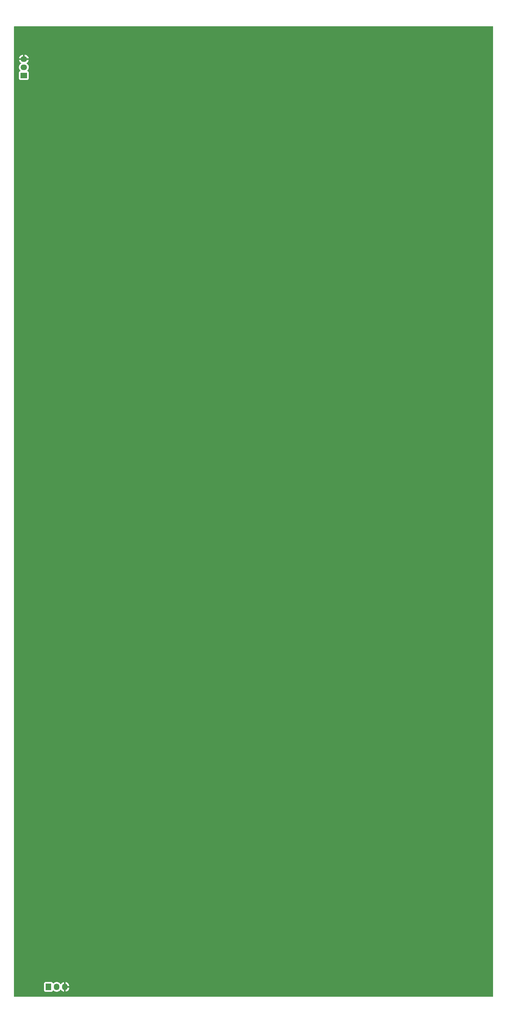
<source format=gbr>
%TF.GenerationSoftware,KiCad,Pcbnew,(6.0.2)*%
%TF.CreationDate,2022-10-19T17:10:30-07:00*%
%TF.ProjectId,tetris,74657472-6973-42e6-9b69-6361645f7063,rev?*%
%TF.SameCoordinates,Original*%
%TF.FileFunction,Copper,L2,Bot*%
%TF.FilePolarity,Positive*%
%FSLAX46Y46*%
G04 Gerber Fmt 4.6, Leading zero omitted, Abs format (unit mm)*
G04 Created by KiCad (PCBNEW (6.0.2)) date 2022-10-19 17:10:30*
%MOMM*%
%LPD*%
G01*
G04 APERTURE LIST*
%TA.AperFunction,ComponentPad*%
%ADD10R,1.730000X2.030000*%
%TD*%
%TA.AperFunction,ComponentPad*%
%ADD11O,1.730000X2.030000*%
%TD*%
%TA.AperFunction,ComponentPad*%
%ADD12R,2.030000X1.730000*%
%TD*%
%TA.AperFunction,ComponentPad*%
%ADD13O,2.030000X1.730000*%
%TD*%
%TA.AperFunction,ViaPad*%
%ADD14C,1.200000*%
%TD*%
G04 APERTURE END LIST*
D10*
%TO.P,J1,1,Pin_1*%
%TO.N,+5V*%
X12182000Y-299720000D03*
D11*
%TO.P,J1,2,Pin_2*%
%TO.N,Net-(D1-Pad4)*%
X14722000Y-299720000D03*
%TO.P,J1,3,Pin_3*%
%TO.N,GND*%
X17262000Y-299720000D03*
%TD*%
D12*
%TO.P,J2,1,Pin_1*%
%TO.N,+5V*%
X4572000Y-17780000D03*
D13*
%TO.P,J2,2,Pin_2*%
%TO.N,Net-(D50-Pad2)*%
X4572000Y-15240000D03*
%TO.P,J2,3,Pin_3*%
%TO.N,GND*%
X4572000Y-12700000D03*
%TD*%
D14*
%TO.N,GND*%
X101092000Y-173228000D03*
X100003381Y-293615475D03*
X9652000Y-112268000D03*
X70612000Y-173228000D03*
X39370000Y-50546000D03*
X101092000Y-112268000D03*
X40386000Y-172974000D03*
X39624000Y-112268000D03*
X81280000Y-130556000D03*
X9398000Y-173482000D03*
X52324000Y-9652000D03*
X82804000Y-254508000D03*
X132080000Y-113284000D03*
X81788000Y-192024000D03*
X51308000Y-131064000D03*
X143002000Y-192786000D03*
X70866000Y-51054000D03*
X40894000Y-233426000D03*
X9144000Y-294640000D03*
X39878000Y-293370000D03*
X10160000Y-51816000D03*
X71120000Y-233172000D03*
X100584000Y-51308000D03*
X112014000Y-130810000D03*
X21336000Y-193040000D03*
X51562000Y-71374000D03*
X142748000Y-254000000D03*
X11176000Y-234188000D03*
X20320000Y-131064000D03*
X112522000Y-9906000D03*
X132080000Y-233172000D03*
X81788000Y-9144000D03*
X132080000Y-51308000D03*
X21590000Y-71374000D03*
X112776000Y-192024000D03*
X82296000Y-70612000D03*
X21336000Y-9652000D03*
X113538000Y-70866000D03*
X51562000Y-192786000D03*
X70612000Y-112268000D03*
X130810000Y-172974000D03*
X51308000Y-254508000D03*
X69596000Y-293624000D03*
X143510000Y-9906000D03*
X21336000Y-254508000D03*
X131064000Y-293624000D03*
X112776000Y-254508000D03*
X102616000Y-233172000D03*
X143510000Y-70866000D03*
X140208000Y-130556000D03*
%TD*%
%TA.AperFunction,Conductor*%
%TO.N,GND*%
G36*
X149802121Y-2560002D02*
G01*
X149848614Y-2613658D01*
X149860000Y-2666000D01*
X149860000Y-302642000D01*
X149839998Y-302710121D01*
X149786342Y-302756614D01*
X149734000Y-302768000D01*
X1650000Y-302768000D01*
X1581879Y-302747998D01*
X1535386Y-302694342D01*
X1524000Y-302642000D01*
X1524000Y-298657623D01*
X10816500Y-298657623D01*
X10816501Y-300782376D01*
X10816870Y-300785770D01*
X10816870Y-300785776D01*
X10821557Y-300828921D01*
X10823149Y-300843580D01*
X10873474Y-300977824D01*
X10878854Y-300985003D01*
X10878856Y-300985006D01*
X10879713Y-300986149D01*
X10959454Y-301092546D01*
X10966635Y-301097928D01*
X11066994Y-301173144D01*
X11066997Y-301173146D01*
X11074176Y-301178526D01*
X11163561Y-301212034D01*
X11201025Y-301226079D01*
X11201027Y-301226079D01*
X11208420Y-301228851D01*
X11216270Y-301229704D01*
X11216271Y-301229704D01*
X11266217Y-301235130D01*
X11269623Y-301235500D01*
X12181866Y-301235500D01*
X13094376Y-301235499D01*
X13097770Y-301235130D01*
X13097776Y-301235130D01*
X13147722Y-301229705D01*
X13147726Y-301229704D01*
X13155580Y-301228851D01*
X13289824Y-301178526D01*
X13297003Y-301173146D01*
X13297006Y-301173144D01*
X13397365Y-301097928D01*
X13404546Y-301092546D01*
X13484287Y-300986149D01*
X13485144Y-300985006D01*
X13485146Y-300985003D01*
X13490526Y-300977824D01*
X13533166Y-300864081D01*
X13575807Y-300807316D01*
X13642369Y-300782616D01*
X13711718Y-300797823D01*
X13742318Y-300821338D01*
X13813921Y-300896397D01*
X13999840Y-301034724D01*
X14004592Y-301037140D01*
X14140464Y-301106221D01*
X14206408Y-301139749D01*
X14313957Y-301173144D01*
X14422616Y-301206884D01*
X14422622Y-301206885D01*
X14427719Y-301208468D01*
X14551347Y-301224854D01*
X14652160Y-301238216D01*
X14652164Y-301238216D01*
X14657444Y-301238916D01*
X14662773Y-301238716D01*
X14662775Y-301238716D01*
X14773229Y-301234569D01*
X14889014Y-301230222D01*
X15115809Y-301182635D01*
X15331345Y-301097517D01*
X15529456Y-300977299D01*
X15622688Y-300896397D01*
X15700448Y-300828921D01*
X15700450Y-300828919D01*
X15704481Y-300825421D01*
X15707864Y-300821295D01*
X15707868Y-300821291D01*
X15806637Y-300700832D01*
X15851413Y-300646224D01*
X15878233Y-300599108D01*
X15929315Y-300549802D01*
X15998946Y-300535940D01*
X16065017Y-300561923D01*
X16092255Y-300591073D01*
X16185120Y-300729010D01*
X16191781Y-300737296D01*
X16345254Y-300898177D01*
X16353211Y-300905217D01*
X16531590Y-301037934D01*
X16540634Y-301043542D01*
X16738818Y-301144303D01*
X16748679Y-301148307D01*
X16960999Y-301214235D01*
X16971394Y-301216520D01*
X16990041Y-301218992D01*
X17004208Y-301216795D01*
X17008000Y-301203611D01*
X17008000Y-301201519D01*
X17516000Y-301201519D01*
X17519973Y-301215050D01*
X17530580Y-301216575D01*
X17652745Y-301190942D01*
X17662942Y-301187882D01*
X17869722Y-301106221D01*
X17879254Y-301101490D01*
X18069330Y-300986149D01*
X18077925Y-300979880D01*
X18245839Y-300834172D01*
X18253265Y-300826536D01*
X18394232Y-300654614D01*
X18400254Y-300645852D01*
X18510244Y-300452630D01*
X18514707Y-300442970D01*
X18590566Y-300233981D01*
X18593337Y-300223714D01*
X18633110Y-300003762D01*
X18634044Y-299995532D01*
X18634316Y-299989784D01*
X18630525Y-299976876D01*
X18629135Y-299975671D01*
X18621452Y-299974000D01*
X17534115Y-299974000D01*
X17518876Y-299978475D01*
X17517671Y-299979865D01*
X17516000Y-299987548D01*
X17516000Y-301201519D01*
X17008000Y-301201519D01*
X17008000Y-299447885D01*
X17516000Y-299447885D01*
X17520475Y-299463124D01*
X17521865Y-299464329D01*
X17529548Y-299466000D01*
X18613025Y-299466000D01*
X18627703Y-299461690D01*
X18629766Y-299449807D01*
X18620715Y-299343139D01*
X18618925Y-299332667D01*
X18563069Y-299117463D01*
X18559534Y-299107425D01*
X18468222Y-298904720D01*
X18463042Y-298895414D01*
X18338880Y-298710990D01*
X18332219Y-298702704D01*
X18178746Y-298541823D01*
X18170789Y-298534783D01*
X17992410Y-298402066D01*
X17983366Y-298396458D01*
X17785182Y-298295697D01*
X17775321Y-298291693D01*
X17563001Y-298225765D01*
X17552606Y-298223480D01*
X17533959Y-298221008D01*
X17519792Y-298223205D01*
X17516000Y-298236389D01*
X17516000Y-299447885D01*
X17008000Y-299447885D01*
X17008000Y-298238481D01*
X17004027Y-298224950D01*
X16993420Y-298223425D01*
X16871255Y-298249058D01*
X16861058Y-298252118D01*
X16654278Y-298333779D01*
X16644746Y-298338510D01*
X16454670Y-298453851D01*
X16446075Y-298460120D01*
X16278161Y-298605828D01*
X16270735Y-298613464D01*
X16129768Y-298785386D01*
X16123743Y-298794152D01*
X16096947Y-298841224D01*
X16045864Y-298890529D01*
X15976234Y-298904390D01*
X15910163Y-298878406D01*
X15882926Y-298849257D01*
X15845574Y-298793776D01*
X15790034Y-298711279D01*
X15742109Y-298661040D01*
X15633763Y-298547465D01*
X15630079Y-298543603D01*
X15444160Y-298405276D01*
X15320656Y-298342483D01*
X15242350Y-298302670D01*
X15242349Y-298302670D01*
X15237592Y-298300251D01*
X15112710Y-298261474D01*
X15021384Y-298233116D01*
X15021378Y-298233115D01*
X15016281Y-298231532D01*
X14883409Y-298213921D01*
X14791840Y-298201784D01*
X14791836Y-298201784D01*
X14786556Y-298201084D01*
X14781227Y-298201284D01*
X14781225Y-298201284D01*
X14670771Y-298205431D01*
X14554986Y-298209778D01*
X14328191Y-298257365D01*
X14112655Y-298342483D01*
X13914544Y-298462701D01*
X13910514Y-298466198D01*
X13760446Y-298596420D01*
X13739519Y-298614579D01*
X13738706Y-298615571D01*
X13677933Y-298649862D01*
X13607053Y-298645785D01*
X13549631Y-298604034D01*
X13531455Y-298571356D01*
X13493676Y-298470579D01*
X13490526Y-298462176D01*
X13485146Y-298454997D01*
X13485144Y-298454994D01*
X13409928Y-298354635D01*
X13404546Y-298347454D01*
X13386300Y-298333779D01*
X13297006Y-298266856D01*
X13297003Y-298266854D01*
X13289824Y-298261474D01*
X13192395Y-298224950D01*
X13162975Y-298213921D01*
X13162973Y-298213921D01*
X13155580Y-298211149D01*
X13147730Y-298210296D01*
X13147729Y-298210296D01*
X13097774Y-298204869D01*
X13097773Y-298204869D01*
X13094377Y-298204500D01*
X12182134Y-298204500D01*
X11269624Y-298204501D01*
X11266230Y-298204870D01*
X11266224Y-298204870D01*
X11216278Y-298210295D01*
X11216274Y-298210296D01*
X11208420Y-298211149D01*
X11074176Y-298261474D01*
X11066997Y-298266854D01*
X11066994Y-298266856D01*
X10977700Y-298333779D01*
X10959454Y-298347454D01*
X10954072Y-298354635D01*
X10878856Y-298454994D01*
X10878854Y-298454997D01*
X10873474Y-298462176D01*
X10823149Y-298596420D01*
X10816500Y-298657623D01*
X1524000Y-298657623D01*
X1524000Y-15175444D01*
X3053084Y-15175444D01*
X3061778Y-15407014D01*
X3109365Y-15633809D01*
X3194483Y-15849345D01*
X3314701Y-16047456D01*
X3466579Y-16222481D01*
X3467571Y-16223294D01*
X3501862Y-16284067D01*
X3497785Y-16354947D01*
X3456034Y-16412369D01*
X3423356Y-16430545D01*
X3314176Y-16471474D01*
X3306997Y-16476854D01*
X3306994Y-16476856D01*
X3206635Y-16552072D01*
X3199454Y-16557454D01*
X3194072Y-16564635D01*
X3118856Y-16664994D01*
X3118854Y-16664997D01*
X3113474Y-16672176D01*
X3063149Y-16806420D01*
X3056500Y-16867623D01*
X3056501Y-18692376D01*
X3063149Y-18753580D01*
X3113474Y-18887824D01*
X3118854Y-18895003D01*
X3118856Y-18895006D01*
X3194072Y-18995365D01*
X3199454Y-19002546D01*
X3206635Y-19007928D01*
X3306994Y-19083144D01*
X3306997Y-19083146D01*
X3314176Y-19088526D01*
X3403561Y-19122034D01*
X3441025Y-19136079D01*
X3441027Y-19136079D01*
X3448420Y-19138851D01*
X3456270Y-19139704D01*
X3456271Y-19139704D01*
X3506217Y-19145130D01*
X3509623Y-19145500D01*
X4571844Y-19145500D01*
X5634376Y-19145499D01*
X5637770Y-19145130D01*
X5637776Y-19145130D01*
X5687722Y-19139705D01*
X5687726Y-19139704D01*
X5695580Y-19138851D01*
X5829824Y-19088526D01*
X5837003Y-19083146D01*
X5837006Y-19083144D01*
X5937365Y-19007928D01*
X5944546Y-19002546D01*
X5949928Y-18995365D01*
X6025144Y-18895006D01*
X6025146Y-18895003D01*
X6030526Y-18887824D01*
X6080851Y-18753580D01*
X6087500Y-18692377D01*
X6087499Y-16867624D01*
X6080851Y-16806420D01*
X6030526Y-16672176D01*
X6025146Y-16664997D01*
X6025144Y-16664994D01*
X5949928Y-16564635D01*
X5944546Y-16557454D01*
X5937365Y-16552072D01*
X5837006Y-16476856D01*
X5837003Y-16476854D01*
X5829824Y-16471474D01*
X5761586Y-16445893D01*
X5716081Y-16428834D01*
X5659316Y-16386193D01*
X5634616Y-16319631D01*
X5649823Y-16250282D01*
X5673338Y-16219682D01*
X5744535Y-16151763D01*
X5748397Y-16148079D01*
X5886724Y-15962160D01*
X5991749Y-15755592D01*
X6031183Y-15628594D01*
X6058884Y-15539384D01*
X6058885Y-15539378D01*
X6060468Y-15534281D01*
X6090916Y-15304556D01*
X6082222Y-15072986D01*
X6034635Y-14846191D01*
X5949517Y-14630655D01*
X5829299Y-14432544D01*
X5745701Y-14336205D01*
X5680921Y-14261552D01*
X5680919Y-14261550D01*
X5677421Y-14257519D01*
X5673295Y-14254136D01*
X5673291Y-14254132D01*
X5502352Y-14113972D01*
X5498224Y-14110587D01*
X5493588Y-14107948D01*
X5493585Y-14107946D01*
X5451108Y-14083767D01*
X5401802Y-14032685D01*
X5387940Y-13963054D01*
X5413923Y-13896983D01*
X5443073Y-13869745D01*
X5581010Y-13776880D01*
X5589296Y-13770219D01*
X5750177Y-13616746D01*
X5757217Y-13608789D01*
X5889934Y-13430410D01*
X5895542Y-13421366D01*
X5996303Y-13223182D01*
X6000307Y-13213321D01*
X6066235Y-13001001D01*
X6068520Y-12990606D01*
X6070992Y-12971959D01*
X6068795Y-12957792D01*
X6055611Y-12954000D01*
X3090481Y-12954000D01*
X3076950Y-12957973D01*
X3075425Y-12968580D01*
X3101058Y-13090745D01*
X3104118Y-13100942D01*
X3185779Y-13307722D01*
X3190510Y-13317254D01*
X3305851Y-13507330D01*
X3312120Y-13515925D01*
X3457828Y-13683839D01*
X3465464Y-13691265D01*
X3637386Y-13832232D01*
X3646152Y-13838257D01*
X3693224Y-13865053D01*
X3742529Y-13916136D01*
X3756390Y-13985766D01*
X3730406Y-14051837D01*
X3701257Y-14079074D01*
X3563279Y-14171966D01*
X3395603Y-14331921D01*
X3257276Y-14517840D01*
X3152251Y-14724408D01*
X3117891Y-14835064D01*
X3085116Y-14940616D01*
X3085115Y-14940622D01*
X3083532Y-14945719D01*
X3053084Y-15175444D01*
X1524000Y-15175444D01*
X1524000Y-12428041D01*
X3073008Y-12428041D01*
X3075205Y-12442208D01*
X3088389Y-12446000D01*
X4299885Y-12446000D01*
X4315124Y-12441525D01*
X4316329Y-12440135D01*
X4318000Y-12432452D01*
X4318000Y-12427885D01*
X4826000Y-12427885D01*
X4830475Y-12443124D01*
X4831865Y-12444329D01*
X4839548Y-12446000D01*
X6053519Y-12446000D01*
X6067050Y-12442027D01*
X6068575Y-12431420D01*
X6042942Y-12309255D01*
X6039882Y-12299058D01*
X5958221Y-12092278D01*
X5953490Y-12082746D01*
X5838149Y-11892670D01*
X5831880Y-11884075D01*
X5686172Y-11716161D01*
X5678536Y-11708735D01*
X5506614Y-11567768D01*
X5497852Y-11561746D01*
X5304630Y-11451756D01*
X5294970Y-11447293D01*
X5085981Y-11371434D01*
X5075714Y-11368663D01*
X4855762Y-11328890D01*
X4847532Y-11327956D01*
X4841784Y-11327684D01*
X4828876Y-11331475D01*
X4827671Y-11332865D01*
X4826000Y-11340548D01*
X4826000Y-12427885D01*
X4318000Y-12427885D01*
X4318000Y-11348975D01*
X4313690Y-11334297D01*
X4301807Y-11332234D01*
X4195139Y-11341285D01*
X4184667Y-11343075D01*
X3969463Y-11398931D01*
X3959425Y-11402466D01*
X3756720Y-11493778D01*
X3747414Y-11498958D01*
X3562990Y-11623120D01*
X3554704Y-11629781D01*
X3393823Y-11783254D01*
X3386783Y-11791211D01*
X3254066Y-11969590D01*
X3248458Y-11978634D01*
X3147697Y-12176818D01*
X3143693Y-12186679D01*
X3077765Y-12398999D01*
X3075480Y-12409394D01*
X3073008Y-12428041D01*
X1524000Y-12428041D01*
X1524000Y-2666000D01*
X1544002Y-2597879D01*
X1597658Y-2551386D01*
X1650000Y-2540000D01*
X149734000Y-2540000D01*
X149802121Y-2560002D01*
G37*
%TD.AperFunction*%
%TD*%
M02*

</source>
